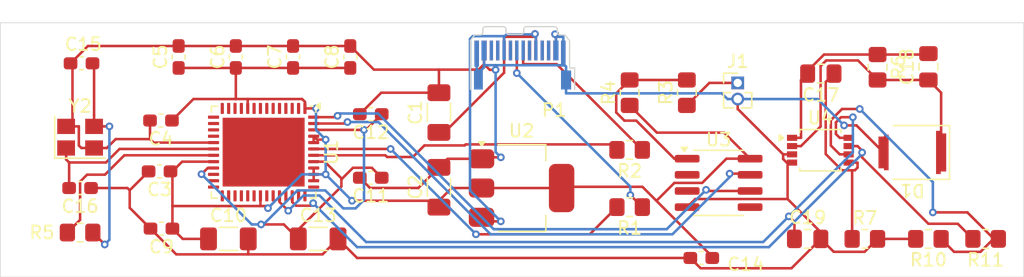
<source format=kicad_pcb>
(kicad_pcb (version 20240108) (generator "pcbnew") (generator_version "8.0")
  (layers (0 "F.Cu" signal) (31 "B.Cu" signal) (34 "B.Paste" user) (35 "F.Paste" user) (36 "B.SilkS" user "B.Silkscreen") (37 "F.SilkS" user "F.Silkscreen") (38 "B.Mask" user) (39 "F.Mask" user) (44 "Edge.Cuts" user))
  (net 0 "")
  (net 1 "VBUS")
  (net 2 "GND")
  (net 3 "+3V3")
  (net 4 "+1V1")
  (net 5 "Net-(C15-Pad2)")
  (net 6 "/XIN")
  (net 7 "Net-(U4B-+)")
  (net 8 "Net-(C17-Pad2)")
  (net 9 "Net-(D1-K)")
  (net 10 "/5V_IN")
  (net 11 "/USB_BOOT")
  (net 13 "/USB_D+")
  (net 15 "/USB_D-")
  (net 16 "Net-(U1-USB_DP)")
  (net 17 "Net-(U1-USB_DM)")
  (net 18 "/QSPI_SS")
  (net 19 "/XOUT")
  (net 20 "Net-(U4B--)")
  (net 21 "/VOUT")
  (net 39 "/QSPI_SCLK")
  (net 51 "/QSPI_SD0")
  (net 53 "/QSPI_SD3")
  (net 56 "/QSPI_SD2")
  (net 57 "/QSPI_SD1")
  (footprint "OptoDevice:Osram_SFH2201" (layer "F.Cu") (at 153.21 87.01 180)
    (property "Reference" "D1")
    (property "Value" "SFH206K")
  )
  (footprint "Capacitor_SMD:C_0603_1608Metric_Pad1.08x0.95mm_HandSolder" (layer "F.Cu") (at 104.5 79.5 90)
    (property "Reference" "C7")
    (property "Value" "100n")
  )
  (footprint "Package_SO:OnSemi_Micro8" (layer "F.Cu") (at 145.975 86.835)
    (property "Reference" "U4")
    (property "Value" "LM358")
  )
  (footprint "Capacitor_SMD:C_0603_1608Metric_Pad1.08x0.95mm_HandSolder" (layer "F.Cu") (at 110.6125 89 180)
    (property "Reference" "C11")
    (property "Value" "100n")
  )
  (footprint "Package_SO:SOIC-8_3.9x4.9mm_P1.27mm" (layer "F.Cu") (at 137.975 89.405)
    (property "Reference" "U3")
    (property "Value" "W25Q128JVS")
  )
  (footprint "Capacitor_SMD:C_0603_1608Metric_Pad1.08x0.95mm_HandSolder" (layer "F.Cu") (at 94.15 93 180)
    (property "Reference" "C9")
    (property "Value" "100n")
  )
  (footprint "Resistor_SMD:R_0805_2012Metric_Pad1.20x1.40mm_HandSolder" (layer "F.Cu") (at 154.475 93.81 180)
    (property "Reference" "R10")
    (property "Value" "1K")
  )
  (footprint "Capacitor_SMD:C_0603_1608Metric_Pad1.08x0.95mm_HandSolder" (layer "F.Cu") (at 110.6125 84 180)
    (property "Reference" "C12")
    (property "Value" "100n")
  )
  (footprint "Connector_USB:USB_C_Plug_JAE_DX07P024AJ1" (layer "F.Cu") (at 122.35 80.1375 180)
    (property "Reference" "P1")
    (property "Value" "USB_C_Plug_USB2.0")
    (fp_line (start 3.9 1.9225) (end 3.9 -1.9175) (stroke (width 0.1)) (layer "Edge.Cuts"))
    (fp_line (start 3.575 2.3725) (end 3.9 1.9225) (stroke (width 0.1)) (layer "Edge.Cuts"))
    (fp_line (start 3.125 2.3725) (end 3.575 2.3725) (stroke (width 0.1)) (layer "Edge.Cuts"))
    (fp_line (start 2.925 2.8225) (end 2.925 2.5725) (stroke (width 0.1)) (layer "Edge.Cuts"))
    (fp_line (start 1.3 3.0225) (end 2.725 3.0225) (stroke (width 0.1)) (layer "Edge.Cuts"))
    (fp_line (start 1.1 2.8225) (end 1.1 2.6225) (stroke (width 0.1)) (layer "Edge.Cuts"))
    (fp_line (start -0.1 2.4225) (end 0.9 2.4225) (stroke (width 0.1)) (layer "Edge.Cuts"))
    (fp_line (start -0.3 2.6225) (end -0.3 2.8225) (stroke (width 0.1)) (layer "Edge.Cuts"))
    (fp_line (start -0.5 3.0225) (end -2.725 3.0225) (stroke (width 0.1)) (layer "Edge.Cuts"))
    (fp_line (start -2.925 2.8225) (end -2.925 2.5725) (stroke (width 0.1)) (layer "Edge.Cuts"))
    (fp_line (start -3.125 2.3725) (end -3.53 2.3725) (stroke (width 0.1)) (layer "Edge.Cuts"))
    (fp_line (start -3.53 2.3725) (end -3.9 1.9225) (stroke (width 0.1)) (layer "Edge.Cuts"))
    (fp_line (start -3.9 1.9225) (end -3.9 -0.2275) (stroke (width 0.1)) (layer "Edge.Cuts"))
    (fp_line (start -4.3 -0.2275) (end -3.9 -0.2275) (stroke (width 0.1)) (layer "Edge.Cuts"))
    (fp_line (start -4.3 -1.93) (end -4.3 -0.2275) (stroke (width 0.1)) (layer "Edge.Cuts"))
    (fp_arc (start 2.925 2.8225) (mid 2.866421 2.963921) (end 2.725 3.0225) (stroke (width 0.1)) (layer "Edge.Cuts"))
    (fp_arc (start 2.925 2.5725) (mid 2.983579 2.431079) (end 3.125 2.3725) (stroke (width 0.1)) (layer "Edge.Cuts"))
    (fp_arc (start 1.3 3.0225) (mid 1.158579 2.963921) (end 1.1 2.8225) (stroke (width 0.1)) (layer "Edge.Cuts"))
    (fp_arc (start 0.9 2.4225) (mid 1.041421 2.481079) (end 1.1 2.6225) (stroke (width 0.1)) (layer "Edge.Cuts"))
    (fp_arc (start -0.3 2.8225) (mid -0.358579 2.963921) (end -0.5 3.0225) (stroke (width 0.1)) (layer "Edge.Cuts"))
    (fp_arc (start -0.3 2.6225) (mid -0.241421 2.481079) (end -0.1 2.4225) (stroke (width 0.1)) (layer "Edge.Cuts"))
    (fp_arc (start -2.725 3.0225) (mid -2.866421 2.963921) (end -2.925 2.8225) (stroke (width 0.1)) (layer "Edge.Cuts"))
    (fp_arc (start -3.125 2.3725) (mid -2.983579 2.431079) (end -2.925 2.5725) (stroke (width 0.1)) (layer "Edge.Cuts"))
  )
  (footprint "Capacitor_SMD:C_0603_1608Metric_Pad1.08x0.95mm_HandSolder" (layer "F.Cu") (at 94 88.5 180)
    (property "Reference" "C3")
    (property "Value" "100n")
  )
  (footprint "Crystal:Crystal_SMD_Abracon_ABM8G-4Pin_3.2x2.5mm" (layer "F.Cu") (at 87.75 85.81)
    (property "Reference" "Y2")
    (property "Value" "ABM8-272-T3")
  )
  (footprint "Capacitor_SMD:C_0603_1608Metric_Pad1.08x0.95mm_HandSolder" (layer "F.Cu") (at 109 79.5 90)
    (property "Reference" "C8")
    (property "Value" "100n")
  )
  (footprint "Capacitor_SMD:C_0603_1608Metric_Pad1.08x0.95mm_HandSolder" (layer "F.Cu") (at 136.6125 95.31 180)
    (property "Reference" "C14")
    (property "Value" "100n")
  )
  (footprint "Capacitor_SMD:C_0603_1608Metric_Pad1.08x0.95mm_HandSolder" (layer "F.Cu") (at 87.75 89.81 180)
    (property "Reference" "C16")
    (property "Value" "15p")
  )
  (footprint "Capacitor_SMD:C_0805_2012Metric_Pad1.18x1.45mm_HandSolder" (layer "F.Cu") (at 146.0125 80.81 180)
    (property "Reference" "C17")
    (property "Value" "150nF")
  )
  (footprint "Capacitor_SMD:C_0603_1608Metric_Pad1.08x0.95mm_HandSolder" (layer "F.Cu") (at 100 79.5 90)
    (property "Reference" "C6")
    (property "Value" "100n")
  )
  (footprint "Resistor_SMD:R_0805_2012Metric_Pad1.20x1.40mm_HandSolder" (layer "F.Cu") (at 130.975 82.31 90)
    (property "Reference" "R4")
    (property "Value" "10k")
  )
  (footprint "Resistor_SMD:R_0805_2012Metric_Pad1.20x1.40mm_HandSolder" (layer "F.Cu") (at 149.475 93.81)
    (property "Reference" "R7")
    (property "Value" "1K")
  )
  (footprint "Capacitor_SMD:C_0603_1608Metric_Pad1.08x0.95mm_HandSolder" (layer "F.Cu") (at 94.1125 84.5 180)
    (property "Reference" "C4")
    (property "Value" "100n")
  )
  (footprint "Capacitor_SMD:C_1206_3216Metric_Pad1.33x1.80mm_HandSolder" (layer "F.Cu") (at 99.4125 93.81)
    (property "Reference" "C10")
    (property "Value" "1u")
  )
  (footprint "Resistor_SMD:R_0805_2012Metric_Pad1.20x1.40mm_HandSolder" (layer "F.Cu") (at 135.475 82.31 90)
    (property "Reference" "R3")
    (property "Value" "1K")
  )
  (footprint "Connector_PinHeader_1.27mm:PinHeader_1x02_P1.27mm_Vertical" (layer "F.Cu") (at 139.475 81.54)
    (property "Reference" "J1")
    (property "Value" "Conn_01x02")
  )
  (footprint "Capacitor_SMD:C_0805_2012Metric_Pad1.18x1.45mm_HandSolder" (layer "F.Cu") (at 154.475 80.2725 90)
    (property "Reference" "C18")
    (property "Value" "15pF")
  )
  (footprint "Resistor_SMD:R_0805_2012Metric_Pad1.20x1.40mm_HandSolder" (layer "F.Cu") (at 130.975 91.31 180)
    (property "Reference" "R1")
    (property "Value" "1K")
  )
  (footprint "Capacitor_SMD:C_0603_1608Metric_Pad1.08x0.95mm_HandSolder" (layer "F.Cu") (at 95.5 79.5 90)
    (property "Reference" "C5")
    (property "Value" "100n")
  )
  (footprint "Capacitor_SMD:C_1206_3216Metric_Pad1.33x1.80mm_HandSolder" (layer "F.Cu") (at 115.975 89.7475 90)
    (property "Reference" "C2")
    (property "Value" "10u")
  )
  (footprint "Resistor_SMD:R_0805_2012Metric_Pad1.20x1.40mm_HandSolder" (layer "F.Cu") (at 150.475 80.31 -90)
    (property "Reference" "R6")
    (property "Value" "1K")
  )
  (footprint "Capacitor_SMD:C_1206_3216Metric_Pad1.33x1.80mm_HandSolder" (layer "F.Cu") (at 115.975 83.8725 90)
    (property "Reference" "C1")
    (property "Value" "10u")
  )
  (footprint "Resistor_SMD:R_0805_2012Metric_Pad1.20x1.40mm_HandSolder" (layer "F.Cu") (at 87.75 93.31 180)
    (property "Reference" "R5")
    (property "Value" "1K")
  )
  (footprint "Capacitor_SMD:C_1206_3216Metric_Pad1.33x1.80mm_HandSolder" (layer "F.Cu") (at 106.475 93.81)
    (property "Reference" "C13")
    (property "Value" "1u")
  )
  (footprint "Resistor_SMD:R_0805_2012Metric_Pad1.20x1.40mm_HandSolder" (layer "F.Cu") (at 158.975 93.81 180)
    (property "Reference" "R11")
    (property "Value" "1K")
  )
  (footprint "Package_TO_SOT_SMD:SOT-223-3_TabPin2" (layer "F.Cu") (at 122.475 89.81)
    (property "Reference" "U2")
    (property "Value" "NCP1117-3.3_SOT223")
  )
  (footprint "Capacitor_SMD:C_0603_1608Metric_Pad1.08x0.95mm_HandSolder" (layer "F.Cu") (at 87.8625 80)
    (property "Reference" "C15")
    (property "Value" "15p")
  )
  (footprint "Capacitor_SMD:C_0805_2012Metric_Pad1.18x1.45mm_HandSolder" (layer "F.Cu") (at 144.975 93.81)
    (property "Reference" "C19")
    (property "Value" "100nF")
  )
  (footprint "Package_DFN_QFN:QFN-52-1EP_7x8mm_P0.5mm_EP5.41x6.45mm" (layer "F.Cu") (at 102.185 86.985 -90)
    (property "Reference" "U1")
    (property "Value" "RP2040")
  )
  (footprint "Resistor_SMD:R_0805_2012Metric_Pad1.20x1.40mm_HandSolder" (layer "F.Cu") (at 130.975 86.81 180)
    (property "Reference" "R2")
    (property "Value" "1K")
  )
  (gr_rect (start 81.475 76.81) (end 161.975 96.81) (stroke (width 0.05)) (fill none) (layer "Edge.Cuts"))
  (segment (start 115.975 85.435) (end 116.4029 85.435) (width 0.2) (layer "F.Cu") (net 1))
  (segment (start 120.8423 92.4296) (end 119.6446 92.4296) (width 0.2) (layer "F.Cu") (net 1))
  (segment (start 121.1 78.4516) (end 121.1 77.9133) (width 0.2) (layer "F.Cu") (net 1))
  (segment (start 116.4029 85.435) (end 121.1 80.7379) (width 0.2) (layer "F.Cu") (net 1))
  (segment (start 121.1 78.4516) (end 121.1 78.99) (width 0.2) (layer "F.Cu") (net 1))
  (segment (start 119.6446 92.4296) (end 119.325 92.11) (width 0.2) (layer "F.Cu") (net 1))
  (segment (start 123.6 78.99) (end 123.6 77.9133) (width 0.2) (layer "F.Cu") (net 1))
  (segment (start 123.5302 77.9133) (end 123.6 77.9133) (width 0.2) (layer "F.Cu") (net 1))
  (segment (start 123.5302 77.9133) (end 123.5302 77.6895) (width 0.2) (layer "F.Cu") (net 1))
  (segment (start 121.1 80.7379) (end 121.1 78.99) (width 0.2) (layer "F.Cu") (net 1))
  (segment (start 121.1 77.9133) (end 123.5302 77.9133) (width 0.2) (layer "F.Cu") (net 1))
  (via (at 123.5302 77.6895) (size 0.6) (drill 0.3) (layers "F.Cu" "B.Cu") (net 1))
  (via (at 120.8423 92.4296) (size 0.6) (drill 0.3) (layers "F.Cu" "B.Cu") (net 1))
  (segment (start 121.1 78.0141) (end 121.1 77.9148) (width 0.2) (layer "B.Cu") (net 1))
  (segment (start 121.049 77.8638) (end 118.6368 77.8638) (width 0.2) (layer "B.Cu") (net 1))
  (segment (start 123.6 77.7942) (end 123.5302 77.7244) (width 0.2) (layer "B.Cu") (net 1))
  (segment (start 121.2889 77.7244) (end 121.1 77.9133) (width 0.2) (layer "B.Cu") (net 1))
  (segment (start 123.5302 77.7244) (end 121.2889 77.7244) (width 0.2) (layer "B.Cu") (net 1))
  (segment (start 121.1 77.9148) (end 121.1 77.9133) (width 0.2) (layer "B.Cu") (net 1))
  (segment (start 123.6 78.99) (end 123.6 77.7942) (width 0.2) (layer "B.Cu") (net 1))
  (segment (start 121.1 77.9148) (end 121.049 77.8638) (width 0.2) (layer "B.Cu") (net 1))
  (segment (start 118.6368 77.8638) (end 118.4186 78.082) (width 0.2) (layer "B.Cu") (net 1))
  (segment (start 118.4186 78.082) (end 118.4186 90.0059) (width 0.2) (layer "B.Cu") (net 1))
  (segment (start 121.1 78.99) (end 121.1 78.0141) (width 0.2) (layer "B.Cu") (net 1))
  (segment (start 118.4186 90.0059) (end 120.8423 92.4296) (width 0.2) (layer "B.Cu") (net 1))
  (segment (start 123.5302 77.7244) (end 123.5302 77.6895) (width 0.2) (layer "B.Cu") (net 1))
  (segment (start 146.0125 93.81) (end 143.7019 96.1206) (width 0.2) (layer "F.Cu") (net 2))
  (segment (start 146.0125 93.2883) (end 143.3992 90.675) (width 0.2) (layer "F.Cu") (net 2))
  (segment (start 119.095 80.4967) (end 115.975 80.4967) (width 0.2) (layer "F.Cu") (net 2))
  (segment (start 136.135 90.675) (end 135.5 91.31) (width 0.2) (layer "F.Cu") (net 2))
  (segment (start 150.945 87.01) (end 148.8178 84.8828) (width 0.2) (layer "F.Cu") (net 2))
  (segment (start 139.5 83.6117) (end 139.475 83.6117) (width 0.2) (layer "F.Cu") (net 2))
  (segment (start 110.8592 80.4967) (end 109 78.6375) (width 0.2) (layer "F.Cu") (net 2))
  (segment (start 143.332 87.81) (end 143.0483 87.5263) (width 0.2) (layer "F.Cu") (net 2))
  (segment (start 86.65 84.96) (end 87.1509 84.96) (width 0.2) (layer "F.Cu") (net 2))
  (segment (start 119.4407 87.3943) (end 120.8447 87.3943) (width 0.2) (layer "F.Cu") (net 2))
  (segment (start 88.3492 86.66) (end 87.8483 86.66) (width 0.2) (layer "F.Cu") (net 2))
  (segment (start 119.325 87.51) (end 119.4407 87.3943) (width 0.2) (layer "F.Cu") (net 2))
  (segment (start 93.5248 86.235) (end 98.2475 86.235) (width 0.2) (layer "F.Cu") (net 2))
  (segment (start 100 78.6375) (end 95.5 78.6375) (width 0.2) (layer "F.Cu") (net 2))
  (segment (start 119.9701 80.5118) (end 120.4326 80.5118) (width 0.2) (layer "F.Cu") (net 2))
  (segment (start 100 78.6375) (end 104.5 78.6375) (width 0.2) (layer "F.Cu") (net 2))
  (segment (start 95.3134 95.0259) (end 93.2875 93) (width 0.2) (layer "F.Cu") (net 2))
  (segment (start 115.975 82.31) (end 115.975 80.4967) (width 0.2) (layer "F.Cu") (net 2))
  (segment (start 110.5523 89.8023) (end 109.75 89) (width 0.2) (layer "F.Cu") (net 2))
  (segment (start 143.0483 87.5263) (end 143.0483 87.16) (width 0.2) (layer "F.Cu") (net 2))
  (segment (start 115.975 88.185) (end 116.65 87.51) (width 0.2) (layer "F.Cu") (net 2))
  (segment (start 116.65 87.51) (end 119.325 87.51) (width 0.2) (layer "F.Cu") (net 2))
  (segment (start 88.3492 86.66) (end 88.85 86.66) (width 0.2) (layer "F.Cu") (net 2))
  (segment (start 87.1509 84.96) (end 87.6517 84.96) (width 0.2) (layer "F.Cu") (net 2))
  (segment (start 104.5 78.6375) (end 109 78.6375) (width 0.2) (layer "F.Cu") (net 2))
  (segment (start 143.3992 90.675) (end 136.135 90.675) (width 0.2) (layer "F.Cu") (net 2))
  (segment (start 115.975 88.185) (end 114.3577 89.8023) (width 0.2) (layer "F.Cu") (net 2))
  (segment (start 93.25 85.9602) (end 93.5248 86.235) (width 0.2) (layer "F.Cu") (net 2))
  (segment (start 148.8178 84.8828) (end 147.8425 84.8828) (width 0.2) (layer "F.Cu") (net 2))
  (segment (start 100.975 93.81) (end 100.975 95.0259) (width 0.2) (layer "F.Cu") (net 2))
  (segment (start 93.25 85.9602) (end 93.25 84.5) (width 0.2) (layer "F.Cu") (net 2))
  (segment (start 91.6526 91.3651) (end 91.6526 89.9849) (width 0.2) (layer "F.Cu") (net 2))
  (segment (start 119.525 80.0667) (end 119.095 80.4967) (width 0.2) (layer "F.Cu") (net 2))
  (segment (start 135.75 95.31) (end 109.5375 95.31) (width 0.2) (layer "F.Cu") (net 2))
  (segment (start 143.3992 90.675) (end 143.3992 87.81) (width 0.2) (layer "F.Cu") (net 2))
  (segment (start 125.175 77.7775) (end 125.1069 77.7094) (width 0.2) (layer "F.Cu") (net 2))
  (segment (start 153.475 93.81) (end 150.475 93.81) (width 0.2) (layer "F.Cu") (net 2))
  (segment (start 109.5375 95.31) (end 108.0375 93.81) (width 0.2) (layer "F.Cu") (net 2))
  (segment (start 95.5 78.6375) (end 88.3625 78.6375) (width 0.2) (layer "F.Cu") (net 2))
  (segment (start 143.0483 87.16) (end 139.5 83.6117) (width 0.2) (layer "F.Cu") (net 2))
  (segment (start 136.5606 96.1206) (end 135.75 95.31) (width 0.2) (layer "F.Cu") (net 2))
  (segment (start 87.1509 80.1509) (end 87 80) (width 0.2) (layer "F.Cu") (net 2))
  (segment (start 88.85 86.66) (end 89.8517 86.66) (width 0.2) (layer "F.Cu") (net 2))
  (segment (start 87.1509 84.96) (end 87.1509 80.1509) (width 0.2) (layer "F.Cu") (net 2))
  (segment (start 87.6517 86.4634) (end 87.8483 86.66) (width 0.2) (layer "F.Cu") (net 2))
  (segment (start 89.8517 86.66) (end 90.5515 85.9602) (width 0.2) (layer "F.Cu") (net 2))
  (segment (start 88.6125 89.81) (end 91.4777 89.81) (width 0.2) (layer "F.Cu") (net 2))
  (segment (start 143.3992 87.81) (end 143.332 87.81) (width 0.2) (layer "F.Cu") (net 2))
  (segment (start 111.44 82.31) (end 115.975 82.31) (width 0.2) (layer "F.Cu") (net 2))
  (segment (start 149.4597 94.8253) (end 147.0278 94.8253) (width 0.2) (layer "F.Cu") (net 2))
  (segment (start 119.525 80.0667) (end 119.9701 80.5118) (width 0.2) (layer "F.Cu") (net 2))
  (segment (start 139.475 82.81) (end 139.475 83.6117) (width 0.2) (layer "F.Cu") (net 2))
  (segment (start 87.6517 84.96) (end 87.6517 86.4634) (width 0.2) (layer "F.Cu") (net 2))
  (segment (start 91.4777 89.81) (end 91.6526 89.9849) (width 0.2) (layer "F.Cu") (net 2))
  (segment (start 150.475 93.81) (end 149.4597 94.8253) (width 0.2) (layer "F.Cu") (net 2))
  (segment (start 114.3577 89.8023) (end 110.5523 89.8023) (width 0.2) (layer "F.Cu") (net 2))
  (segment (start 93.2875 93) (end 91.6526 91.3651) (width 0.2) (layer "F.Cu") (net 2))
  (segment (start 119.525 78.99) (end 119.525 80.0667) (width 0.2) (layer "F.Cu") (net 2))
  (segment (start 115.975 80.4967) (end 110.8592 80.4967) (width 0.2) (layer "F.Cu") (net 2))
  (segment (start 143.75 87.81) (end 143.3992 87.81) (width 0.2) (layer "F.Cu") (net 2))
  (segment (start 143.7019 96.1206) (end 136.5606 96.1206) (width 0.2) (layer "F.Cu") (net 2))
  (segment (start 146.0125 93.81) (end 146.0125 93.2883) (width 0.2) (layer "F.Cu") (net 2))
  (segment (start 106.8216 95.0259) (end 100.975 95.0259) (width 0.2) (layer "F.Cu") (net 2))
  (segment (start 143.75 87.16) (end 143.0483 87.16) (width 0.2) (layer "F.Cu") (net 2))
  (segment (start 88.3625 78.6375) (end 87 80) (width 0.2) (layer "F.Cu") (net 2))
  (segment (start 125.175 78.99) (end 125.175 77.7775) (width 0.2) (layer "F.Cu") (net 2))
  (segment (start 91.6526 89.9849) (end 93.1375 88.5) (width 0.2) (layer "F.Cu") (net 2))
  (segment (start 147.0278 94.8253) (end 146.0125 93.81) (width 0.2) (layer "F.Cu") (net 2))
  (segment (start 90.5515 85.9602) (end 93.25 85.9602) (width 0.2) (layer "F.Cu") (net 2))
  (segment (start 109.75 84) (end 111.44 82.31) (width 0.2) (layer "F.Cu") (net 2))
  (segment (start 108.0375 93.81) (end 106.8216 95.0259) (width 0.2) (layer "F.Cu") (net 2))
  (segment (start 100.975 95.0259) (end 95.3134 95.0259) (width 0.2) (layer "F.Cu") (net 2))
  (via (at 147.8425 84.8828) (size 0.6) (drill 0.3) (layers "F.Cu" "B.Cu") (net 2))
  (via (at 120.4326 80.5118) (size 0.6) (drill 0.3) (layers "F.Cu" "B.Cu") (net 2))
  (via (at 125.1069 77.7094) (size 0.6) (drill 0.3) (layers "F.Cu" "B.Cu") (net 2))
  (via (at 120.8447 87.3943) (size 0.6) (drill 0.3) (layers "F.Cu" "B.Cu") (net 2))
  (segment (start 145.7697 82.81) (end 147.8425 84.8828) (width 0.2) (layer "B.Cu") (net 2))
  (segment (start 125.975 80.2583) (end 125.865 80.1483) (width 0.2) (layer "B.Cu") (net 2))
  (segment (start 125.1069 77.7094) (end 125.175 77.7775) (width 0.2) (layer "B.Cu") (net 2))
  (segment (start 125.175 77.9133) (end 125.175 78.99) (width 0.2) (layer "B.Cu") (net 2))
  (segment (start 120.4326 86.9822) (end 120.8447 87.3943) (width 0.2) (layer "B.Cu") (net 2))
  (segment (start 119.525 79.5283) (end 119.525 80.0667) (width 0.2) (layer "B.Cu") (net 2))
  (segment (start 119.525 79.5283) (end 119.525 78.99) (width 0.2) (layer "B.Cu") (net 2))
  (segment (start 120.4326 80.1483) (end 120.4326 80.5118) (width 0.2) (layer "B.Cu") (net 2))
  (segment (start 125.975 82.3617) (end 138.225 82.3617) (width 0.2) (layer "B.Cu") (net 2))
  (segment (start 125.175 77.7775) (end 125.175 77.9133) (width 0.2) (layer "B.Cu") (net 2))
  (segment (start 119.525 80.0667) (end 119.525 80.1483) (width 0.2) (layer "B.Cu") (net 2))
  (segment (start 139.475 82.81) (end 145.7697 82.81) (width 0.2) (layer "B.Cu") (net 2))
  (segment (start 120.4326 80.5118) (end 120.4326 86.9822) (width 0.2) (layer "B.Cu") (net 2))
  (segment (start 125.755 80.1483) (end 120.4326 80.1483) (width 0.2) (layer "B.Cu") (net 2))
  (segment (start 119.525 80.1483) (end 119.525 80.3168) (width 0.2) (layer "B.Cu") (net 2))
  (segment (start 125.975 80.7841) (end 125.975 80.2583) (width 0.2) (layer "B.Cu") (net 2))
  (segment (start 119.2751 80.5667) (end 119.08 80.5667) (width 0.2) (layer "B.Cu") (net 2))
  (segment (start 125.755 79.24) (end 125.755 77.9133) (width 0.2) (layer "B.Cu") (net 2))
  (segment (start 138.225 82.3617) (end 138.6733 82.81) (width 0.2) (layer "B.Cu") (net 2))
  (segment (start 125.865 80.1483) (end 125.755 80.1483) (width 0.2) (layer "B.Cu") (net 2))
  (segment (start 119.08 80.5667) (end 118.945 80.5667) (width 0.2) (layer "B.Cu") (net 2))
  (segment (start 120.4326 80.1483) (end 119.525 80.1483) (width 0.2) (layer "B.Cu") (net 2))
  (segment (start 119.08 81.31) (end 119.08 80.5667) (width 0.2) (layer "B.Cu") (net 2))
  (segment (start 139.475 82.81) (end 138.6733 82.81) (width 0.2) (layer "B.Cu") (net 2))
  (segment (start 125.975 80.7841) (end 125.975 81.31) (width 0.2) (layer "B.Cu") (net 2))
  (segment (start 125.975 81.31) (end 125.975 82.3617) (width 0.2) (layer "B.Cu") (net 2))
  (segment (start 119.525 80.3168) (end 119.2751 80.5667) (width 0.2) (layer "B.Cu") (net 2))
  (segment (start 125.755 80.1483) (end 125.755 79.24) (width 0.2) (layer "B.Cu") (net 2))
  (segment (start 125.175 77.9133) (end 125.755 77.9133) (width 0.2) (layer "B.Cu") (net 2))
  (segment (start 118.945 79.24) (end 118.945 80.5667) (width 0.2) (layer "B.Cu") (net 2))
  (segment (start 100.935 82.8081) (end 105.2135 82.8081) (width 0.2) (layer "F.Cu") (net 3))
  (segment (start 133.0834 90.8163) (end 131.9801 89.713) (width 0.2) (layer "F.Cu") (net 3))
  (segment (start 101.935 91.2267) (end 101.935 90.4225) (width 0.2) (layer "F.Cu") (net 3))
  (segment (start 105.435 83.5475) (end 106.303 83.5475) (width 0.2) (layer "F.Cu") (net 3))
  (segment (start 100 82.8081) (end 100.935 82.8081) (width 0.2) (layer "F.Cu") (net 3))
  (segment (start 106.1225 89.235) (end 106.1225 88.735) (width 0.2) (layer "F.Cu") (net 3))
  (segment (start 116.9745 89.81) (end 115.975 90.8095) (width 0.2) (layer "F.Cu") (net 3))
  (segment (start 125.722 89.713) (end 125.625 89.81) (width 0.2) (layer "F.Cu") (net 3))
  (segment (start 115.975 90.8095) (end 109.1411 90.8095) (width 0.2) (layer "F.Cu") (net 3))
  (segment (start 105.2135 82.8081) (end 105.435 83.0296) (width 0.2) (layer "F.Cu") (net 3))
  (segment (start 106.3867 85.9992) (end 106.1225 85.735) (width 0.2) (layer "F.Cu") (net 3))
  (segment (start 140.45 87.5) (end 138.5867 87.5) (width 0.2) (layer "F.Cu") (net 3))
  (segment (start 101.935 91.2267) (end 102.3633 91.2267) (width 0.2) (layer "F.Cu") (net 3))
  (segment (start 119.325 89.81) (end 116.9745 89.81) (width 0.2) (layer "F.Cu") (net 3))
  (segment (start 102.3633 91.2267) (end 102.5278 91.3912) (width 0.2) (layer "F.Cu") (net 3))
  (segment (start 105.435 83.0296) (end 105.435 83.5475) (width 0.2) (layer "F.Cu") (net 3))
  (segment (start 134.4947 89.405) (end 133.0834 90.8163) (width 0.2) (layer "F.Cu") (net 3))
  (segment (start 95.7775 87.735) (end 98.2475 87.735) (width 0.2) (layer "F.Cu") (net 3))
  (segment (start 115.975 90.8095) (end 115.975 91.31) (width 0.2) (layer "F.Cu") (net 3))
  (segment (start 95.0125 88.5) (end 95.0125 91.2267) (width 0.2) (layer "F.Cu") (net 3))
  (segment (start 107.0666 88.735) (end 106.1225 88.735) (width 0.2) (layer "F.Cu") (net 3))
  (segment (start 138.5867 87.5) (end 136.6817 89.405) (width 0.2) (layer "F.Cu") (net 3))
  (segment (start 95.8225 93.81) (end 95.0125 93) (width 0.2) (layer "F.Cu") (net 3))
  (segment (start 96.6669 82.8081) (end 94.975 84.5) (width 0.2) (layer "F.Cu") (net 3))
  (segment (start 95.0125 88.5) (end 94.8625 88.5) (width 0.2) (layer "F.Cu") (net 3))
  (segment (start 137.475 95.2079) (end 133.0834 90.8163) (width 0.2) (layer "F.Cu") (net 3))
  (segment (start 133.1173 85.4523) (end 138.4023 85.4523) (width 0.2) (layer "F.Cu") (net 3))
  (segment (start 106.1225 86.235) (end 106.1225 85.735) (width 0.2) (layer "F.Cu") (net 3))
  (segment (start 104.5 80.3625) (end 109 80.3625) (width 0.2) (layer "F.Cu") (net 3))
  (segment (start 100 80.3625) (end 104.5 80.3625) (width 0.2) (layer "F.Cu") (net 3))
  (segment (start 100.935 83.5475) (end 100.935 82.8081) (width 0.2) (layer "F.Cu") (net 3))
  (segment (start 125.625 89.81) (end 119.325 89.81) (width 0.2) (layer "F.Cu") (net 3))
  (segment (start 131.9801 89.713) (end 125.722 89.713) (width 0.2) (layer "F.Cu") (net 3))
  (segment (start 109.1411 90.8095) (end 109.1395 90.8079) (width 0.2) (layer "F.Cu") (net 3))
  (segment (start 130.975 83.31) (end 133.1173 85.4523) (width 0.2) (layer "F.Cu") (net 3))
  (segment (start 107.0666 85.9992) (end 106.3867 85.9992) (width 0.2) (layer "F.Cu") (net 3))
  (segment (start 95.0125 91.2267) (end 95.0125 93) (width 0.2) (layer "F.Cu") (net 3))
  (segment (start 95.5 80.3625) (end 100 80.3625) (width 0.2) (layer "F.Cu") (net 3))
  (segment (start 100 82.8081) (end 96.6669 82.8081) (width 0.2) (layer "F.Cu") (net 3))
  (segment (start 137.475 95.31) (end 137.475 95.2079) (width 0.2) (layer "F.Cu") (net 3))
  (segment (start 106.1225 88.735) (end 106.1225 88.235) (width 0.2) (layer "F.Cu") (net 3))
  (segment (start 95.0125 91.2267) (end 101.935 91.2267) (width 0.2) (layer "F.Cu") (net 3))
  (segment (start 100 82.8081) (end 100 80.3625) (width 0.2) (layer "F.Cu") (net 3))
  (segment (start 136.6817 89.405) (end 134.4947 89.405) (width 0.2) (layer "F.Cu") (net 3))
  (segment (start 138.4023 85.4523) (end 140.45 87.5) (width 0.2) (layer "F.Cu") (net 3))
  (segment (start 97.85 93.81) (end 95.8225 93.81) (width 0.2) (layer "F.Cu") (net 3))
  (segment (start 95.0125 88.5) (end 95.7775 87.735) (width 0.2) (layer "F.Cu") (net 3))
  (via (at 107.0666 85.9992) (size 0.6) (drill 0.3) (layers "F.Cu" "B.Cu") (net 3))
  (via (at 102.5278 91.3912) (size 0.6) (drill 0.3) (layers "F.Cu" "B.Cu") (net 3))
  (via (at 106.303 83.5475) (size 0.6) (drill 0.3) (layers "F.Cu" "B.Cu") (net 3))
  (via (at 109.1395 90.8079) (size 0.6) (drill 0.3) (layers "F.Cu" "B.Cu") (net 3))
  (via (at 107.0666 88.735) (size 0.6) (drill 0.3) (layers "F.Cu" "B.Cu") (net 3))
  (segment (start 107.0666 88.735) (end 109.1395 90.8079) (width 0.2) (layer "B.Cu") (net 3))
  (segment (start 107.0666 88.735) (end 107.0666 85.9992) (width 0.2) (layer "B.Cu") (net 3))
  (segment (start 106.303 83.5475) (end 106.303 85.2356) (width 0.2) (layer "B.Cu") (net 3))
  (segment (start 107.0666 88.735) (end 105.184 88.735) (width 0.2) (layer "B.Cu") (net 3))
  (segment (start 105.184 88.735) (end 102.5278 91.3912) (width 0.2) (layer "B.Cu") (net 3))
  (segment (start 106.303 85.2356) (end 107.0666 85.9992) (width 0.2) (layer "B.Cu") (net 3))
  (segment (start 106.1225 85.235) (end 110.0799 85.235) (width 0.2) (layer "F.Cu") (net 4))
  (segment (start 104.9125 93.81) (end 104.5459 93.4433) (width 0.2) (layer "F.Cu") (net 4))
  (segment (start 108.3023 89.1251) (end 108.3023 89.6869) (width 0.2) (layer "F.Cu") (net 4))
  (segment (start 108.3411 89.0863) (end 108.3023 89.1251) (width 0.2) (layer "F.Cu") (net 4))
  (segment (start 110.24 85.235) (end 111.475 84) (width 0.2) (layer "F.Cu") (net 4))
  (segment (start 106.9897 87.735) (end 106.1225 87.735) (width 0.2) (layer "F.Cu") (net 4))
  (segment (start 97.7863 88.235) (end 97.3014 88.7199) (width 0.2) (layer "F.Cu") (net 4))
  (segment (start 110.6909 88.2159) (end 109.2115 88.2159) (width 0.2) (layer "F.Cu") (net 4))
  (segment (start 108.3411 89.0863) (end 106.9897 87.735) (width 0.2) (layer "F.Cu") (net 4))
  (segment (start 104.5459 93.4433) (end 103.7739 92.6714) (width 0.2) (layer "F.Cu") (net 4))
  (segment (start 111.475 89) (end 110.6909 88.2159) (width 0.2) (layer "F.Cu") (net 4))
  (segment (start 110.0799 85.235) (end 110.24 85.235) (width 0.2) (layer "F.Cu") (net 4))
  (segment (start 98.2475 88.235) (end 97.7863 88.235) (width 0.2) (layer "F.Cu") (net 4))
  (segment (start 108.3023 89.6869) (end 104.5459 93.4433) (width 0.2) (layer "F.Cu") (net 4))
  (segment (start 103.7739 92.6714) (end 101.9892 92.6714) (width 0.2) (layer "F.Cu") (net 4))
  (segment (start 109.2115 88.2159) (end 108.3411 89.0863) (width 0.2) (layer "F.Cu") (net 4))
  (via (at 110.0799 85.235) (size 0.6) (drill 0.3) (layers "F.Cu" "B.Cu") (net 4))
  (via (at 101.9892 92.6714) (size 0.6) (drill 0.3) (layers "F.Cu" "B.Cu") (net 4))
  (via (at 97.3014 88.7199) (size 0.6) (drill 0.3) (layers "F.Cu" "B.Cu") (net 4))
  (segment (start 108.4491 91.4097) (end 107.0346 89.9952) (width 0.2) (layer "B.Cu") (net 4))
  (segment (start 110.0799 85.235) (end 110.0799 90.745) (width 0.2) (layer "B.Cu") (net 4))
  (segment (start 101.2529 92.6714) (end 97.3014 88.7199) (width 0.2) (layer "B.Cu") (net 4))
  (segment (start 109.4152 91.4097) (end 108.4491 91.4097) (width 0.2) (layer "B.Cu") (net 4))
  (segment (start 104.8475 89.9952) (end 102.1713 92.6714) (width 0.2) (layer "B.Cu") (net 4))
  (segment (start 101.9892 92.6714) (end 101.2529 92.6714) (width 0.2) (layer "B.Cu") (net 4))
  (segment (start 110.0799 90.745) (end 109.4152 91.4097) (width 0.2) (layer "B.Cu") (net 4))
  (segment (start 102.1713 92.6714) (end 101.9892 92.6714) (width 0.2) (layer "B.Cu") (net 4))
  (segment (start 107.0346 89.9952) (end 104.8475 89.9952) (width 0.2) (layer "B.Cu") (net 4))
  (segment (start 88.85 84.96) (end 89.8517 84.96) (width 0.2) (layer "F.Cu") (net 5))
  (segment (start 88.75 93.31) (end 89.6888 94.2488) (width 0.2) (layer "F.Cu") (net 5))
  (segment (start 89.8517 84.96) (end 90.0562 84.96) (width 0.2) (layer "F.Cu") (net 5))
  (segment (start 88.85 80.125) (end 88.85 84.0583) (width 0.2) (layer "F.Cu") (net 5))
  (segment (start 88.85 84.96) (end 88.85 84.0583) (width 0.2) (layer "F.Cu") (net 5))
  (segment (start 88.725 80) (end 88.85 80.125) (width 0.2) (layer "F.Cu") (net 5))
  (via (at 89.6888 94.2488) (size 0.6) (drill 0.3) (layers "F.Cu" "B.Cu") (net 5))
  (via (at 90.0562 84.96) (size 0.6) (drill 0.3) (layers "F.Cu" "B.Cu") (net 5))
  (segment (start 90.0562 93.8814) (end 89.6888 94.2488) (width 0.2) (layer "B.Cu") (net 5))
  (segment (start 90.0562 84.96) (end 90.0562 93.8814) (width 0.2) (layer "B.Cu") (net 5))
  (segment (start 89.7875 87.7992) (end 90.8517 86.735) (width 0.2) (layer "F.Cu") (net 6))
  (segment (start 86.8875 89.81) (end 86.8875 87.7992) (width 0.2) (layer "F.Cu") (net 6))
  (segment (start 86.65 86.66) (end 86.65 87.5617) (width 0.2) (layer "F.Cu") (net 6))
  (segment (start 86.8875 87.7992) (end 86.65 87.5617) (width 0.2) (layer "F.Cu") (net 6))
  (segment (start 90.8517 86.735) (end 98.2475 86.735) (width 0.2) (layer "F.Cu") (net 6))
  (segment (start 86.8875 87.7992) (end 89.7875 87.7992) (width 0.2) (layer "F.Cu") (net 6))
  (segment (start 148.9017 87.81) (end 148.9017 88.2016) (width 0.2) (layer "F.Cu") (net 7))
  (segment (start 147.05 80.81) (end 146.3967 81.4633) (width 0.2) (layer "F.Cu") (net 7))
  (segment (start 147.6734 88.4149) (end 148.475 88.4149) (width 0.2) (layer "F.Cu") (net 7))
  (segment (start 146.3967 87.1382) (end 147.6734 88.4149) (width 0.2) (layer "F.Cu") (net 7))
  (segment (start 148.9017 88.2016) (end 148.6884 88.4149) (width 0.2) (layer "F.Cu") (net 7))
  (segment (start 148.6884 88.4149) (end 148.475 88.4149) (width 0.2) (layer "F.Cu") (net 7))
  (segment (start 148.2 87.81) (end 148.9017 87.81) (width 0.2) (layer "F.Cu") (net 7))
  (segment (start 148.475 88.4149) (end 148.475 93.81) (width 0.2) (layer "F.Cu") (net 7))
  (segment (start 146.3967 81.4633) (end 146.3967 87.1382) (width 0.2) (layer "F.Cu") (net 7))
  (segment (start 143.75 85.86) (end 144.4517 85.86) (width 0.2) (layer "F.Cu") (net 8))
  (segment (start 150.475 79.31) (end 154.4 79.31) (width 0.2) (layer "F.Cu") (net 8))
  (segment (start 154.4 79.31) (end 154.475 79.235) (width 0.2) (layer "F.Cu") (net 8))
  (segment (start 144.4517 85.86) (end 144.4517 81.3333) (width 0.2) (layer "F.Cu") (net 8))
  (segment (start 144.4517 81.3333) (end 144.975 80.81) (width 0.2) (layer "F.Cu") (net 8))
  (segment (start 146.262 79.31) (end 144.975 80.597) (width 0.2) (layer "F.Cu") (net 8))
  (segment (start 144.975 80.597) (end 144.975 80.81) (width 0.2) (layer "F.Cu") (net 8))
  (segment (start 150.475 79.31) (end 146.262 79.31) (width 0.2) (layer "F.Cu") (net 8))
  (segment (start 154.475 81.31) (end 150.475 81.31) (width 0.2) (layer "F.Cu") (net 9))
  (segment (start 155.475 82.31) (end 154.475 81.31) (width 0.2) (layer "F.Cu") (net 9))
  (segment (start 150.475 81.31) (end 148.9408 79.7758) (width 0.2) (layer "F.Cu") (net 9))
  (segment (start 148.9408 79.7758) (end 146.4334 79.7758) (width 0.2) (layer "F.Cu") (net 9))
  (segment (start 155.475 87.01) (end 155.475 82.31) (width 0.2) (layer "F.Cu") (net 9))
  (segment (start 143.75 86.51) (end 144.4517 86.51) (width 0.2) (layer "F.Cu") (net 9))
  (segment (start 145.995 80.2142) (end 145.995 84.9667) (width 0.2) (layer "F.Cu") (net 9))
  (segment (start 146.4334 79.7758) (end 145.995 80.2142) (width 0.2) (layer "F.Cu") (net 9))
  (segment (start 145.995 84.9667) (end 144.4517 86.51) (width 0.2) (layer "F.Cu") (net 9))
  (segment (start 103.435 90.9088) (end 104.1212 91.595) (width 0.2) (layer "F.Cu") (net 10))
  (segment (start 147.2001 84.6411) (end 147.6036 84.2376) (width 0.2) (layer "F.Cu") (net 10))
  (segment (start 143.9375 92.4746) (end 143.9375 93.81) (width 0.2) (layer "F.Cu") (net 10))
  (segment (start 147.2001 85.5618) (end 147.2001 84.6411) (width 0.2) (layer "F.Cu") (net 10))
  (segment (start 103.435 90.4225) (end 103.435 90.9088) (width 0.2) (layer "F.Cu") (net 10))
  (segment (start 147.4983 85.86) (end 147.2001 85.5618) (width 0.2) (layer "F.Cu") (net 10))
  (segment (start 143.4987 92.0358) (end 143.9375 92.4746) (width 0.2) (layer "F.Cu") (net 10))
  (segment (start 147.6036 84.2376) (end 148.5328 84.2376) (width 0.2) (layer "F.Cu") (net 10))
  (segment (start 148.2 85.86) (end 147.4983 85.86) (width 0.2) (layer "F.Cu") (net 10))
  (via (at 148.5328 84.2376) (size 0.6) (drill 0.3) (layers "F.Cu" "B.Cu") (net 10))
  (via (at 143.4987 92.0358) (size 0.6) (drill 0.3) (layers "F.Cu" "B.Cu") (net 10))
  (via (at 104.1212 91.595) (size 0.6) (drill 0.3) (layers "F.Cu" "B.Cu") (net 10))
  (segment (start 148.5328 87.0017) (end 148.5328 84.2376) (width 0.2) (layer "B.Cu") (net 10))
  (segment (start 106.5855 90.3969) (end 105.3193 90.3969) (width 0.2) (layer "B.Cu") (net 10))
  (segment (start 141.4777 94.0568) (end 110.2454 94.0568) (width 0.2) (layer "B.Cu") (net 10))
  (segment (start 143.4987 92.0358) (end 141.4777 94.0568) (width 0.2) (layer "B.Cu") (net 10))
  (segment (start 105.3193 90.3969) (end 104.1212 91.595) (width 0.2) (layer "B.Cu") (net 10))
  (segment (start 143.4987 92.0358) (end 148.5328 87.0017) (width 0.2) (layer "B.Cu") (net 10))
  (segment (start 110.2454 94.0568) (end 106.5855 90.3969) (width 0.2) (layer "B.Cu") (net 10))
  (segment (start 139.475 81.54) (end 137.245 81.54) (width 0.2) (layer "F.Cu") (net 11))
  (segment (start 137.245 81.54) (end 135.475 83.31) (width 0.2) (layer "F.Cu") (net 11))
  (segment (start 122.1 80.7684) (end 122.1 78.99) (width 0.2) (layer "F.Cu") (net 13))
  (segment (start 131.975 91.31) (end 131.0302 90.3652) (width 0.2) (layer "F.Cu") (net 13))
  (via (at 131.0302 90.3652) (size 0.6) (drill 0.3) (layers "F.Cu" "B.Cu") (net 13))
  (via (at 122.1 80.7684) (size 0.6) (drill 0.3) (layers "F.Cu" "B.Cu") (net 13))
  (segment (start 122.1 80.7684) (end 131.0302 89.6986) (width 0.2) (layer "B.Cu") (net 13))
  (segment (start 131.0302 89.6986) (end 131.0302 90.3652) (width 0.2) (layer "B.Cu") (net 13))
  (segment (start 131.975 86.81) (end 125.2317 80.0667) (width 0.2) (layer "F.Cu") (net 15))
  (segment (start 122.6 78.99) (end 122.6 80.0667) (width 0.2) (layer "F.Cu") (net 15))
  (segment (start 125.2317 80.0667) (end 122.6 80.0667) (width 0.2) (layer "F.Cu") (net 15))
  (segment (start 127.8378 93.4472) (end 118.8869 93.4472) (width 0.2) (layer "F.Cu") (net 16))
  (segment (start 106.1225 86.735) (end 112.1747 86.735) (width 0.2) (layer "F.Cu") (net 16))
  (segment (start 129.975 91.31) (end 127.8378 93.4472) (width 0.2) (layer "F.Cu") (net 16))
  (via (at 118.8869 93.4472) (size 0.6) (drill 0.3) (layers "F.Cu" "B.Cu") (net 16))
  (via (at 112.1747 86.735) (size 0.6) (drill 0.3) (layers "F.Cu" "B.Cu") (net 16))
  (segment (start 112.1747 86.735) (end 118.8869 93.4472) (width 0.2) (layer "B.Cu") (net 16))
  (segment (start 118.0828 86.3769) (end 129.5419 86.3769) (width 0.2) (layer "F.Cu") (net 17))
  (segment (start 114.8336 86.4584) (end 118.0013 86.4584) (width 0.2) (layer "F.Cu") (net 17))
  (segment (start 129.5419 86.3769) (end 129.975 86.81) (width 0.2) (layer "F.Cu") (net 17))
  (segment (start 106.1225 87.235) (end 111.7624 87.235) (width 0.2) (layer "F.Cu") (net 17))
  (segment (start 111.8954 87.368) (end 113.924 87.368) (width 0.2) (layer "F.Cu") (net 17))
  (segment (start 111.7624 87.235) (end 111.8954 87.368) (width 0.2) (layer "F.Cu") (net 17))
  (segment (start 118.0013 86.4584) (end 118.0828 86.3769) (width 0.2) (layer "F.Cu") (net 17))
  (segment (start 113.924 87.368) (end 114.8336 86.4584) (width 0.2) (layer "F.Cu") (net 17))
  (segment (start 129.9194 82.3656) (end 130.975 81.31) (width 0.2) (layer "F.Cu") (net 18))
  (segment (start 135.475 81.31) (end 130.975 81.31) (width 0.2) (layer "F.Cu") (net 18))
  (segment (start 134.4875 87.5) (end 131.4951 84.5076) (width 0.2) (layer "F.Cu") (net 18))
  (segment (start 135.5 87.5) (end 134.4875 87.5) (width 0.2) (layer "F.Cu") (net 18))
  (segment (start 131.4951 84.5076) (end 130.5621 84.5076) (width 0.2) (layer "F.Cu") (net 18))
  (segment (start 130.5621 84.5076) (end 129.9194 83.8649) (width 0.2) (layer "F.Cu") (net 18))
  (segment (start 129.9194 83.8649) (end 129.9194 82.3656) (width 0.2) (layer "F.Cu") (net 18))
  (segment (start 89.7045 88.7581) (end 88.2972 88.7581) (width 0.2) (layer "F.Cu") (net 19))
  (segment (start 87.75 92.31) (end 86.75 93.31) (width 0.2) (layer "F.Cu") (net 19))
  (segment (start 88.2972 88.7581) (end 87.75 89.3053) (width 0.2) (layer "F.Cu") (net 19))
  (segment (start 98.2475 87.235) (end 91.2276 87.235) (width 0.2) (layer "F.Cu") (net 19))
  (segment (start 87.75 89.3053) (end 87.75 92.31) (width 0.2) (layer "F.Cu") (net 19))
  (segment (start 91.2276 87.235) (end 89.7045 88.7581) (width 0.2) (layer "F.Cu") (net 19))
  (segment (start 159.6064 93.7932) (end 157.5376 91.7244) (width 0.2) (layer "F.Cu") (net 20))
  (segment (start 157.5376 91.7244) (end 154.825 91.7244) (width 0.2) (layer "F.Cu") (net 20))
  (segment (start 149.0754 83.5925) (end 147.6807 83.5925) (width 0.2) (layer "F.Cu") (net 20))
  (segment (start 159.975 93.81) (end 159.6232 93.81) (width 0.2) (layer "F.Cu") (net 20))
  (segment (start 146.7984 86.4601) (end 147.4983 87.16) (width 0.2) (layer "F.Cu") (net 20))
  (segment (start 147.6807 83.5925) (end 146.7984 84.4748) (width 0.2) (layer "F.Cu") (net 20))
  (segment (start 159.6232 93.81) (end 159.6064 93.7932) (width 0.2) (layer "F.Cu") (net 20))
  (segment (start 159.6064 93.7932) (end 158.5728 94.8268) (width 0.2) (layer "F.Cu") (net 20))
  (segment (start 156.4918 94.8268) (end 155.475 93.81) (width 0.2) (layer "F.Cu") (net 20))
  (segment (start 148.2 87.16) (end 147.4983 87.16) (width 0.2) (layer "F.Cu") (net 20))
  (segment (start 158.5728 94.8268) (end 156.4918 94.8268) (width 0.2) (layer "F.Cu") (net 20))
  (segment (start 146.7984 84.4748) (end 146.7984 86.4601) (width 0.2) (layer "F.Cu") (net 20))
  (via (at 149.0754 83.5925) (size 0.6) (drill 0.3) (layers "F.Cu" "B.Cu") (net 20))
  (via (at 154.825 91.7244) (size 0.6) (drill 0.3) (layers "F.Cu" "B.Cu") (net 20))
  (segment (start 154.825 89.3421) (end 149.0754 83.5925) (width 0.2) (layer "B.Cu") (net 20))
  (segment (start 154.825 91.7244) (end 154.825 89.3421) (width 0.2) (layer "B.Cu") (net 20))
  (segment (start 104.435 90.4225) (end 104.435 90.9089) (width 0.2) (layer "F.Cu") (net 21))
  (segment (start 149.259 87.0152) (end 149.259 87.4049) (width 0.2) (layer "F.Cu") (net 21))
  (segment (start 154.4733 92.6192) (end 156.7842 92.6192) (width 0.2) (layer "F.Cu") (net 21))
  (segment (start 148.2 86.51) (end 148.9017 86.51) (width 0.2) (layer "F.Cu") (net 21))
  (segment (start 104.435 90.9089) (end 104.7253 91.1992) (width 0.2) (layer "F.Cu") (net 21))
  (segment (start 149.259 86.8673) (end 148.9017 86.51) (width 0.2) (layer "F.Cu") (net 21))
  (segment (start 149.259 87.0152) (end 149.259 86.8673) (width 0.2) (layer "F.Cu") (net 21))
  (segment (start 149.259 87.4049) (end 154.4733 92.6192) (width 0.2) (layer "F.Cu") (net 21))
  (segment (start 105.8799 91.1992) (end 106.0804 90.9987) (width 0.2) (layer "F.Cu") (net 21))
  (segment (start 156.7842 92.6192) (end 157.975 93.81) (width 0.2) (layer "F.Cu") (net 21))
  (segment (start 104.7253 91.1992) (end 105.8799 91.1992) (width 0.2) (layer "F.Cu") (net 21))
  (via (at 106.0804 90.9987) (size 0.6) (drill 0.3) (layers "F.Cu" "B.Cu") (net 21))
  (via (at 149.259 87.0152) (size 0.6) (drill 0.3) (layers "F.Cu" "B.Cu") (net 21))
  (segment (start 149.259 87.1264) (end 149.259 87.0152) (width 0.2) (layer "B.Cu") (net 21))
  (segment (start 109.5402 94.4585) (end 141.9269 94.4585) (width 0.2) (layer "B.Cu") (net 21))
  (segment (start 106.0804 90.9987) (end 109.5402 94.4585) (width 0.2) (layer "B.Cu") (net 21))
  (segment (start 141.9269 94.4585) (end 149.259 87.1264) (width 0.2) (layer "B.Cu") (net 21))
  (segment (start 106.1225 84.235) (end 107.8928 84.235) (width 0.2) (layer "F.Cu") (net 39))
  (segment (start 136.9852 89.9523) (end 137.0729 90.04) (width 0.2) (layer "F.Cu") (net 39))
  (segment (start 137.0729 90.04) (end 140.45 90.04) (width 0.2) (layer "F.Cu") (net 39))
  (segment (start 107.8928 84.235) (end 107.9979 84.1299) (width 0.2) (layer "F.Cu") (net 39))
  (via (at 107.9979 84.1299) (size 0.6) (drill 0.3) (layers "F.Cu" "B.Cu") (net 39))
  (via (at 136.9852 89.9523) (size 0.6) (drill 0.3) (layers "F.Cu" "B.Cu") (net 39))
  (segment (start 120.2807 93.0461) (end 111.1806 83.946) (width 0.2) (layer "B.Cu") (net 39))
  (segment (start 111.1806 83.946) (end 108.1818 83.946) (width 0.2) (layer "B.Cu") (net 39))
  (segment (start 108.1818 83.946) (end 107.9979 84.1299) (width 0.2) (layer "B.Cu") (net 39))
  (segment (start 136.9852 89.9523) (end 133.8914 93.0461) (width 0.2) (layer "B.Cu") (net 39))
  (segment (start 133.8914 93.0461) (end 120.2807 93.0461) (width 0.2) (layer "B.Cu") (net 39))
  (segment (start 106.1225 84.735) (end 108.6626 84.735) (width 0.2) (layer "F.Cu") (net 53))
  (segment (start 138.8386 88.6772) (end 140.3572 88.6772) (width 0.2) (layer "F.Cu") (net 53))
  (segment (start 108.6626 84.735) (end 108.7791 84.6185) (width 0.2) (layer "F.Cu") (net 53))
  (segment (start 140.3572 88.6772) (end 140.45 88.77) (width 0.2) (layer "F.Cu") (net 53))
  (via (at 108.7791 84.6185) (size 0.6) (drill 0.3) (layers "F.Cu" "B.Cu") (net 53))
  (via (at 138.8386 88.6772) (size 0.6) (drill 0.3) (layers "F.Cu" "B.Cu") (net 53))
  (segment (start 111.2136 84.6185) (end 108.7791 84.6185) (width 0.2) (layer "B.Cu") (net 53))
  (segment (start 120.0429 93.4478) (end 111.2136 84.6185) (width 0.2) (layer "B.Cu") (net 53))
  (segment (start 138.8386 88.9498) (end 134.3406 93.4478) (width 0.2) (layer "B.Cu") (net 53))
  (segment (start 138.8386 88.6772) (end 138.8386 88.9498) (width 0.2) (layer "B.Cu") (net 53))
  (segment (start 134.3406 93.4478) (end 120.0429 93.4478) (width 0.2) (layer "B.Cu") (net 53))
)
</source>
